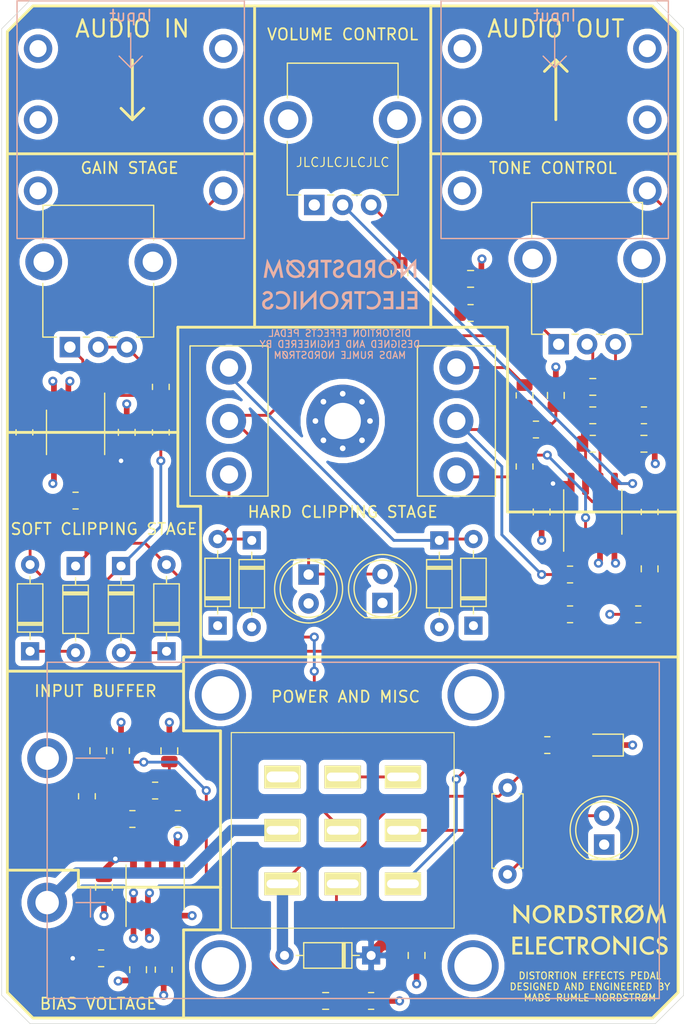
<source format=kicad_pcb>
(kicad_pcb (version 20171130) (host pcbnew "(5.1.10-1-10_14)")
  (layers (0 F.Cu signal) (1 In1.Cu power) (2 In2.Cu power) (31 B.Cu signal) (34 B.Paste user) (35 F.Paste user) (36 B.SilkS user) (37 F.SilkS user) (38 B.Mask user) (39 F.Mask user) (44 Edge.Cuts user))
  (net 0 "")
  (net 1 GND)
  (net 2 "Net-(BT1-Pad1)")
  (net 3 +9V)
  (net 4 "Net-(C6-Pad2)")
  (net 5 "Net-(C7-Pad1)")
  (net 6 Audio_in)
  (net 7 Hard_clipping_out)
  (net 8 4V5)
  (net 9 "Net-(C9-Pad2)")
  (net 10 Buffer_out)
  (net 11 Tone_control_out)
  (net 12 "Net-(C11-Pad2)")
  (net 13 "Net-(C12-Pad2)")
  (net 14 "Net-(C12-Pad1)")
  (net 15 "Net-(C13-Pad1)")
  (net 16 "Net-(C14-Pad2)")
  (net 17 "Net-(C15-Pad2)")
  (net 18 Power_in)
  (net 19 "Net-(D2-Pad2)")
  (net 20 "Net-(D3-Pad1)")
  (net 21 "Net-(D5-Pad1)")
  (net 22 "Net-(D11-Pad1)")
  (net 23 "Net-(D10-Pad2)")
  (net 24 Soft_clipping_out)
  (net 25 "Net-(D11-Pad2)")
  (net 26 "Net-(D13-Pad2)")
  (net 27 "Net-(J1-PadT)")
  (net 28 "Net-(J2-PadT)")
  (net 29 "Net-(R4-Pad2)")
  (net 30 "Net-(R4-Pad1)")
  (net 31 "Net-(R5-Pad2)")
  (net 32 "Net-(R10-Pad1)")
  (net 33 "Net-(R13-Pad2)")
  (net 34 "Net-(R10-Pad2)")
  (net 35 Gain_out)
  (net 36 "Net-(R15-Pad1)")
  (net 37 "Net-(R16-Pad2)")
  (net 38 "Net-(R21-Pad2)")
  (net 39 "Net-(RV2-Pad2)")
  (net 40 "Net-(U4-Pad4)")
  (net 41 "Net-(U4-Pad1)")
  (net 42 "Net-(R25-Pad2)")
  (module Resistor_SMD:R_0805_2012Metric (layer F.Cu) (at 35 -66 90)
    (fp_text reference R25)
    (fp_text value 105k)
    (pad 2 smd roundrect (at 0.9125 0 90) (size 1.025 1.4) (layers F.Cu F.Paste F.Mask) (roundrect_rratio 0.2439014634146341) (net 42 "Net-(R25-Pad2)"))
    (pad 1 smd roundrect (at -0.9125 0 90) (size 1.025 1.4) (layers F.Cu F.Paste F.Mask) (roundrect_rratio 0.2439014634146341) (net 7 Hard_clipping_out))
  )
  (module Button_Switch_THT:100SP1T1B4M2QE (layer F.Cu) (at 20 -53 90)
    (fp_text reference SW2 hide)
    (fp_text value SW_SPDT)
    (pad 3 thru_hole circle (at 4.7 0 90) (size 3 3) (drill 1.6) (layers *.Cu *.Mask) (net 21 "Net-(D5-Pad1)"))
    (pad 2 thru_hole circle (at 0 0 90) (size 3 3) (drill 1.6) (layers *.Cu *.Mask) (net 7 Hard_clipping_out))
    (pad 1 thru_hole circle (at -4.7 0 90) (size 3 3) (drill 1.6) (layers *.Cu *.Mask) (net 20 "Net-(D3-Pad1)"))
  )
  (module Button_Switch_THT:100SP1T1B4M2QE (layer F.Cu) (at 40 -53 90)
    (fp_text reference SW1 hide)
    (fp_text value SW_SPDT)
    (pad 3 thru_hole circle (at 4.7 0 90) (size 3 3) (drill 1.6) (layers *.Cu *.Mask) (net 31 "Net-(R5-Pad2)"))
    (pad 2 thru_hole circle (at 0 0 90) (size 3 3) (drill 1.6) (layers *.Cu *.Mask) (net 33 "Net-(R13-Pad2)"))
    (pad 1 thru_hole circle (at -4.7 0 90) (size 3 3) (drill 1.6) (layers *.Cu *.Mask) (net 34 "Net-(R10-Pad2)"))
  )
  (module Symbol:Symbol_Highvoltage_Type1_CopperTop_Small (layer F.Cu) (at 29.25 -65.5)
    (fp_text reference REF**)
    (fp_text value Symbol_Highvoltage_Type1_CopperTop_Small)
    (fp_line (start 1.397 -2.794) (end 0 -0.889) (layer F.Cu) (width 0.381))
    (fp_line (start 0 -0.889) (end 1.27 -0.889) (layer F.Cu) (width 0.381))
    (fp_line (start -0.254 1.016) (end -0.381 2.032) (layer F.Cu) (width 0.381))
    (fp_line (start -0.381 2.032) (end 0.381 1.397) (layer F.Cu) (width 0.381))
    (fp_line (start 0.381 1.397) (end -0.127 1.651) (layer F.Cu) (width 0.381))
    (fp_line (start -0.127 1.651) (end 1.651 -1.143) (layer F.Cu) (width 0.381))
    (fp_line (start 1.651 -1.143) (end 0.381 -1.143) (layer F.Cu) (width 0.381))
    (fp_line (start 0.381 -1.143) (end 2.159 -3.175) (layer F.Cu) (width 0.381))
    (fp_line (start 2.159 -3.175) (end 1.397 -2.667) (layer F.Cu) (width 0.381))
    (fp_line (start 1.397 -2.667) (end 1.27 -3.175) (layer F.Cu) (width 0.381))
    (fp_line (start 1.143 -3.048) (end -0.381 -0.762) (layer F.Cu) (width 0.381))
    (fp_line (start -0.381 -0.762) (end 1.016 -0.762) (layer F.Cu) (width 0.381))
    (fp_line (start 1.016 -0.762) (end -0.127 1.524) (layer F.Cu) (width 0.381))
    (fp_line (start -0.127 1.524) (end -0.254 1.016) (layer F.Cu) (width 0.381))
  )
  (module Graphics:Logo_medium (layer B.Cu) (at 29.75 -65 180)
    (fp_text reference G*** hide)
    (fp_text value LOGO hide)
  )
  (module Graphics:Logo_medium (layer F.Cu) (at 51.75 -8.25)
    (fp_text reference G*** hide)
    (fp_text value LOGO hide)
  )
  (module Battery:9V_Battery_Holder_1294 (layer B.Cu) (at 4 -17)
    (fp_text reference BT1 hide)
    (fp_text value Battery_Cell)
    (pad NC thru_hole circle (at 37.47 -11.915) (size 4.5 4.5) (drill 3.3) (layers *.Cu *.Mask))
    (pad NC thru_hole circle (at 37.47 11.915) (size 4.5 4.5) (drill 3.3) (layers *.Cu *.Mask))
    (pad NC thru_hole circle (at 15.24 -11.915) (size 4.5 4.5) (drill 3.3) (layers *.Cu *.Mask))
    (pad NC thru_hole circle (at 15.24 11.915) (size 4.5 4.5) (drill 3.3) (layers *.Cu *.Mask))
    (pad 1 thru_hole circle (at 0 6.35) (size 3.5 3.5) (drill 2.06) (layers *.Cu *.Mask) (net 2 "Net-(BT1-Pad1)"))
    (pad 2 thru_hole circle (at 0 -6.35) (size 3.5 3.5) (drill 2.06) (layers *.Cu *.Mask) (net 1 GND))
  )
  (module Capacitor_SMD:C_0805_2012Metric (layer F.Cu) (at 36.5 -6 90)
    (fp_text reference C1 hide)
    (fp_text value 10u)
    (pad 1 smd roundrect (at -0.95 0 90) (size 1 1.45) (layers F.Cu F.Paste F.Mask) (net 1 GND))
    (pad 2 smd roundrect (at 0.95 0 90) (size 1 1.45) (layers F.Cu F.Paste F.Mask) (net 3 +9V))
  )
  (module Capacitor_SMD:C_0805_2012Metric (layer F.Cu) (at 9 -12 90)
    (fp_text reference C2 hide)
    (fp_text value 100n)
    (pad 2 smd roundrect (at 0.95 0 90) (size 1 1.45) (layers F.Cu F.Paste F.Mask) (net 3 +9V))
    (pad 1 smd roundrect (at -0.95 0 90) (size 1 1.45) (layers F.Cu F.Paste F.Mask) (net 1 GND))
  )
  (module Capacitor_SMD:C_0805_2012Metric (layer F.Cu) (at 11 -52 270)
    (fp_text reference C3 hide)
    (fp_text value 100n)
    (pad 1 smd roundrect (at -0.95 0 270) (size 1 1.45) (layers F.Cu F.Paste F.Mask) (net 1 GND))
    (pad 2 smd roundrect (at 0.95 0 270) (size 1 1.45) (layers F.Cu F.Paste F.Mask) (net 3 +9V))
  )
  (module Capacitor_SMD:C_0805_2012Metric (layer F.Cu) (at 47.5 -45 90)
    (fp_text reference C4 hide)
    (fp_text value 100n)
    (pad 2 smd roundrect (at 0.95 0 90) (size 1 1.45) (layers F.Cu F.Paste F.Mask) (net 3 +9V))
    (pad 1 smd roundrect (at -0.95 0 90) (size 1 1.45) (layers F.Cu F.Paste F.Mask) (net 1 GND))
  )
  (module Capacitor_SMD:C_0805_2012Metric (layer F.Cu) (at 12 -4.75 90)
    (fp_text reference C6 hide)
    (fp_text value 100n)
    (pad 1 smd roundrect (at -0.95 0 90) (size 1 1.45) (layers F.Cu F.Paste F.Mask) (net 1 GND))
    (pad 2 smd roundrect (at 0.95 0 90) (size 1 1.45) (layers F.Cu F.Paste F.Mask) (net 4 "Net-(C6-Pad2)"))
  )
  (module Capacitor_SMD:C_0805_2012Metric (layer F.Cu) (at 28.5 -2)
    (fp_text reference C7 hide)
    (fp_text value 10n)
    (pad 1 smd roundrect (at -0.95 0) (size 1 1.45) (layers F.Cu F.Paste F.Mask) (net 5 "Net-(C7-Pad1)"))
    (pad 2 smd roundrect (at 0.95 0) (size 1 1.45) (layers F.Cu F.Paste F.Mask) (net 6 Audio_in))
  )
  (module Capacitor_SMD:C_0805_2012Metric (layer F.Cu) (at 48.75 -55.25 270)
    (fp_text reference C8 hide)
    (fp_text value 33n)
    (pad 2 smd roundrect (at 0.95 0 270) (size 1 1.45) (layers F.Cu F.Paste F.Mask) (net 7 Hard_clipping_out))
    (pad 1 smd roundrect (at -0.95 0 270) (size 1 1.45) (layers F.Cu F.Paste F.Mask) (net 1 GND))
  )
  (module Capacitor_SMD:C_0805_2012Metric (layer F.Cu) (at 14.75 -24 270)
    (fp_text reference C9 hide)
    (fp_text value 47p)
    (pad 1 smd roundrect (at -0.95 0 270) (size 1 1.45) (layers F.Cu F.Paste F.Mask) (net 8 4V5))
    (pad 2 smd roundrect (at 0.95 0 270) (size 1 1.45) (layers F.Cu F.Paste F.Mask) (net 9 "Net-(C9-Pad2)"))
  )
  (module Capacitor_SMD:C_0805_2012Metric (layer F.Cu) (at 8.5 -24 270)
    (fp_text reference C10 hide)
    (fp_text value 1n)
    (pad 2 smd roundrect (at 0.95 0 270) (size 1 1.45) (layers F.Cu F.Paste F.Mask) (net 10 Buffer_out))
    (pad 1 smd roundrect (at -0.95 0 270) (size 1 1.45) (layers F.Cu F.Paste F.Mask) (net 8 4V5))
  )
  (module Capacitor_SMD:C_0805_2012Metric (layer F.Cu) (at 57 -40 90)
    (fp_text reference C11 hide)
    (fp_text value 10u)
    (pad 1 smd roundrect (at -0.95 0 90) (size 1 1.45) (layers F.Cu F.Paste F.Mask) (net 11 Tone_control_out))
    (pad 2 smd roundrect (at 0.95 0 90) (size 1 1.45) (layers F.Cu F.Paste F.Mask) (net 12 "Net-(C11-Pad2)"))
  )
  (module Capacitor_SMD:C_0805_2012Metric (layer F.Cu) (at 52 -53.5)
    (fp_text reference C12 hide)
    (fp_text value 3.3n)
    (pad 2 smd roundrect (at 0.95 0) (size 1 1.45) (layers F.Cu F.Paste F.Mask) (net 13 "Net-(C12-Pad2)"))
    (pad 1 smd roundrect (at -0.95 0) (size 1 1.45) (layers F.Cu F.Paste F.Mask) (net 14 "Net-(C12-Pad1)"))
  )
  (module Capacitor_SMD:C_0805_2012Metric (layer F.Cu) (at 52 -56 180)
    (fp_text reference C13 hide)
    (fp_text value 100n)
    (pad 2 smd roundrect (at 0.95 0 180) (size 1 1.45) (layers F.Cu F.Paste F.Mask) (net 14 "Net-(C12-Pad1)"))
    (pad 1 smd roundrect (at -0.95 0 180) (size 1 1.45) (layers F.Cu F.Paste F.Mask) (net 15 "Net-(C13-Pad1)"))
  )
  (module Capacitor_SMD:C_0805_2012Metric (layer F.Cu) (at 41.25 -65.5 180)
    (fp_text reference C14 hide)
    (fp_text value 100n)
    (pad 2 smd roundrect (at 0.95 0 180) (size 1 1.45) (layers F.Cu F.Paste F.Mask) (net 16 "Net-(C14-Pad2)"))
    (pad 1 smd roundrect (at -0.95 0 180) (size 1 1.45) (layers F.Cu F.Paste F.Mask) (net 1 GND))
  )
  (module Capacitor_SMD:C_0805_2012Metric (layer F.Cu) (at 56.5 -51 180)
    (fp_text reference C15 hide)
    (fp_text value 10u)
    (pad 1 smd roundrect (at -0.95 0 180) (size 1 1.45) (layers F.Cu F.Paste F.Mask) (net 1 GND))
    (pad 2 smd roundrect (at 0.95 0 180) (size 1 1.45) (layers F.Cu F.Paste F.Mask) (net 17 "Net-(C15-Pad2)"))
  )
  (module Diode_THT:D_DO-35_SOD27_P7.62mm_Horizontal (layer F.Cu) (at 32.5 -6 180)
    (fp_text reference D1 hide)
    (fp_text value D_Schottky)
    (pad 1 thru_hole rect (at 0 0 180) (size 1.6 1.6) (drill 0.8) (layers *.Cu *.Mask) (net 3 +9V))
    (pad 2 thru_hole oval (at 7.62 0 180) (size 1.6 1.6) (drill 0.8) (layers *.Cu *.Mask) (net 18 Power_in))
  )
  (module LED_SMD:LED_0805_2012Metric (layer F.Cu) (at 53 -24.5 180)
    (fp_text reference D2 hide)
    (fp_text value LED)
    (pad 1 smd roundrect (at -0.9375 0 180) (size 0.975 1.4) (layers F.Cu F.Paste F.Mask) (net 1 GND))
    (pad 2 smd roundrect (at 0.9375 0 180) (size 0.975 1.4) (layers F.Cu F.Paste F.Mask) (net 19 "Net-(D2-Pad2)"))
  )
  (module Diode_THT:D_DO-35_SOD27_P7.62mm_Horizontal (layer F.Cu) (at 22 -42.5 270)
    (fp_text reference D3 hide)
    (fp_text value D_Schottky)
    (pad 1 thru_hole rect (at 0 0 270) (size 1.6 1.6) (drill 0.8) (layers *.Cu *.Mask) (net 20 "Net-(D3-Pad1)"))
    (pad 2 thru_hole oval (at 7.62 0 270) (size 1.6 1.6) (drill 0.8) (layers *.Cu *.Mask) (net 8 4V5))
  )
  (module Diode_THT:D_DO-35_SOD27_P7.62mm_Horizontal (layer F.Cu) (at 19 -35 90)
    (fp_text reference D4 hide)
    (fp_text value D_Schottky)
    (pad 2 thru_hole oval (at 7.62 0 90) (size 1.6 1.6) (drill 0.8) (layers *.Cu *.Mask) (net 20 "Net-(D3-Pad1)"))
    (pad 1 thru_hole rect (at 0 0 90) (size 1.6 1.6) (drill 0.8) (layers *.Cu *.Mask) (net 8 4V5))
  )
  (module Diode_THT:D_DO-35_SOD27_P7.62mm_Horizontal (layer F.Cu) (at 38.5 -42.5 270)
    (fp_text reference D5 hide)
    (fp_text value 1N4148)
    (pad 1 thru_hole rect (at 0 0 270) (size 1.6 1.6) (drill 0.8) (layers *.Cu *.Mask) (net 21 "Net-(D5-Pad1)"))
    (pad 2 thru_hole oval (at 7.62 0 270) (size 1.6 1.6) (drill 0.8) (layers *.Cu *.Mask) (net 8 4V5))
  )
  (module Diode_THT:D_DO-35_SOD27_P7.62mm_Horizontal (layer F.Cu) (at 41.5 -35 90)
    (fp_text reference D6 hide)
    (fp_text value 1N4148)
    (pad 2 thru_hole oval (at 7.62 0 90) (size 1.6 1.6) (drill 0.8) (layers *.Cu *.Mask) (net 21 "Net-(D5-Pad1)"))
    (pad 1 thru_hole rect (at 0 0 90) (size 1.6 1.6) (drill 0.8) (layers *.Cu *.Mask) (net 8 4V5))
  )
  (module LED_THT:LED_D5.0mm (layer F.Cu) (at 27 -39.5 270)
    (fp_text reference D7 hide)
    (fp_text value LED)
    (pad 1 thru_hole rect (at 0 0 270) (size 1.8 1.8) (drill 0.9) (layers *.Cu *.Mask) (net 7 Hard_clipping_out))
    (pad 2 thru_hole circle (at 2.54 0 270) (size 1.8 1.8) (drill 0.9) (layers *.Cu *.Mask) (net 8 4V5))
  )
  (module LED_THT:LED_D5.0mm (layer F.Cu) (at 33.5 -37 90)
    (fp_text reference D8 hide)
    (fp_text value LED)
    (pad 2 thru_hole circle (at 2.54 0 90) (size 1.8 1.8) (drill 0.9) (layers *.Cu *.Mask) (net 7 Hard_clipping_out))
    (pad 1 thru_hole rect (at 0 0 90) (size 1.8 1.8) (drill 0.9) (layers *.Cu *.Mask) (net 8 4V5))
  )
  (module Diode_THT:D_DO-35_SOD27_P7.62mm_Horizontal (layer F.Cu) (at 2.5 -32.75 90)
    (fp_text reference D9 hide)
    (fp_text value 1N4148)
    (pad 2 thru_hole oval (at 7.62 0 90) (size 1.6 1.6) (drill 0.8) (layers *.Cu *.Mask) (net 22 "Net-(D11-Pad1)"))
    (pad 1 thru_hole rect (at 0 0 90) (size 1.6 1.6) (drill 0.8) (layers *.Cu *.Mask) (net 23 "Net-(D10-Pad2)"))
  )
  (module Diode_THT:D_DO-35_SOD27_P7.62mm_Horizontal (layer F.Cu) (at 6.5 -40.25 270)
    (fp_text reference D10 hide)
    (fp_text value 1N4148)
    (pad 1 thru_hole rect (at 0 0 270) (size 1.6 1.6) (drill 0.8) (layers *.Cu *.Mask) (net 24 Soft_clipping_out))
    (pad 2 thru_hole oval (at 7.62 0 270) (size 1.6 1.6) (drill 0.8) (layers *.Cu *.Mask) (net 23 "Net-(D10-Pad2)"))
  )
  (module Diode_THT:D_DO-35_SOD27_P7.62mm_Horizontal (layer F.Cu) (at 10.5 -40.25 270)
    (fp_text reference D11 hide)
    (fp_text value 1N4148)
    (pad 2 thru_hole oval (at 7.62 0 270) (size 1.6 1.6) (drill 0.8) (layers *.Cu *.Mask) (net 25 "Net-(D11-Pad2)"))
    (pad 1 thru_hole rect (at 0 0 270) (size 1.6 1.6) (drill 0.8) (layers *.Cu *.Mask) (net 22 "Net-(D11-Pad1)"))
  )
  (module Diode_THT:D_DO-35_SOD27_P7.62mm_Horizontal (layer F.Cu) (at 14.5 -32.75 90)
    (fp_text reference D12 hide)
    (fp_text value 1N4148)
    (pad 1 thru_hole rect (at 0 0 90) (size 1.6 1.6) (drill 0.8) (layers *.Cu *.Mask) (net 25 "Net-(D11-Pad2)"))
    (pad 2 thru_hole oval (at 7.62 0 90) (size 1.6 1.6) (drill 0.8) (layers *.Cu *.Mask) (net 24 Soft_clipping_out))
  )
  (module MountingHole:MountingHole_3.2mm_M3_Pad_Via (layer F.Cu) (at 30 -53)
    (fp_text reference H1)
    (fp_text value MountingHole_Pad)
    (pad 1 thru_hole circle (at 1.697056 -1.697056) (size 0.8 0.8) (drill 0.5) (layers *.Cu *.Mask) (net 1 GND))
    (pad 1 thru_hole circle (at 0 -2.4) (size 0.8 0.8) (drill 0.5) (layers *.Cu *.Mask) (net 1 GND))
    (pad 1 thru_hole circle (at -1.697056 -1.697056) (size 0.8 0.8) (drill 0.5) (layers *.Cu *.Mask) (net 1 GND))
    (pad 1 thru_hole circle (at -2.4 0) (size 0.8 0.8) (drill 0.5) (layers *.Cu *.Mask) (net 1 GND))
    (pad 1 thru_hole circle (at -1.697056 1.697056) (size 0.8 0.8) (drill 0.5) (layers *.Cu *.Mask) (net 1 GND))
    (pad 1 thru_hole circle (at 0 2.4) (size 0.8 0.8) (drill 0.5) (layers *.Cu *.Mask) (net 1 GND))
    (pad 1 thru_hole circle (at 1.697056 1.697056) (size 0.8 0.8) (drill 0.5) (layers *.Cu *.Mask) (net 1 GND))
    (pad 1 thru_hole circle (at 2.4 0) (size 0.8 0.8) (drill 0.5) (layers *.Cu *.Mask) (net 1 GND))
    (pad 1 thru_hole circle (at 0 0) (size 6.4 6.4) (drill 3.2) (layers *.Cu *.Mask) (net 1 GND))
  )
  (module Connector_Audio:ACJM-IH (layer B.Cu) (at 11.35 -79.5 180)
    (fp_text reference J1 hide)
    (fp_text value AudioJack2)
    (fp_text user Input (at 0 9.144) (layer B.SilkS) (effects (justify mirror)))
    (pad R thru_hole circle (at -8.15 0 180) (size 2.5 2.5) (drill 1.5) (layers *.Cu *.Mask))
    (pad RN thru_hole circle (at 8.15 0 180) (size 2.5 2.5) (drill 1.5) (layers *.Cu *.Mask))
    (pad SN thru_hole circle (at 8.15 6.25 180) (size 2.5 2.5) (drill 1.5) (layers *.Cu *.Mask))
    (pad TN thru_hole circle (at 8.15 -6.25 180) (size 2.5 2.5) (drill 1.5) (layers *.Cu *.Mask))
    (pad T thru_hole circle (at -8.15 -6.25 180) (size 2.5 2.5) (drill 1.5) (layers *.Cu *.Mask) (net 27 "Net-(J1-PadT)"))
    (pad S thru_hole circle (at -8.15 6.25 180) (size 2.5 2.5) (drill 1.5) (layers *.Cu *.Mask) (net 1 GND))
  )
  (module Connector_Audio:ACJM-IH (layer B.Cu) (at 48.65 -79.5 180)
    (fp_text reference J2 hide)
    (fp_text value AudioJack2)
    (fp_text user Input (at 0 9.144) (layer B.SilkS) (effects (justify mirror)))
    (pad S thru_hole circle (at -8.15 6.25 180) (size 2.5 2.5) (drill 1.5) (layers *.Cu *.Mask) (net 1 GND))
    (pad T thru_hole circle (at -8.15 -6.25 180) (size 2.5 2.5) (drill 1.5) (layers *.Cu *.Mask) (net 28 "Net-(J2-PadT)"))
    (pad TN thru_hole circle (at 8.15 -6.25 180) (size 2.5 2.5) (drill 1.5) (layers *.Cu *.Mask))
    (pad SN thru_hole circle (at 8.15 6.25 180) (size 2.5 2.5) (drill 1.5) (layers *.Cu *.Mask))
    (pad RN thru_hole circle (at 8.15 0 180) (size 2.5 2.5) (drill 1.5) (layers *.Cu *.Mask))
    (pad R thru_hole circle (at -8.15 0 180) (size 2.5 2.5) (drill 1.5) (layers *.Cu *.Mask))
  )
  (module Resistor_SMD:R_0805_2012Metric (layer F.Cu) (at 48 -24.5)
    (fp_text reference R1 hide)
    (fp_text value 649)
    (pad 2 smd roundrect (at 0.9125 0) (size 1.025 1.4) (layers F.Cu F.Paste F.Mask) (roundrect_rratio 0.2439004878048781) (net 19 "Net-(D2-Pad2)"))
    (pad 1 smd roundrect (at -0.9125 0) (size 1.025 1.4) (layers F.Cu F.Paste F.Mask) (roundrect_rratio 0.2439004878048781) (net 18 Power_in))
  )
  (module Resistor_SMD:R_0805_2012Metric (layer F.Cu) (at 8.75 -5.75)
    (fp_text reference R2 hide)
    (fp_text value 102k)
    (pad 2 smd roundrect (at 0.9125 0) (size 1.025 1.4) (layers F.Cu F.Paste F.Mask) (roundrect_rratio 0.2439004878048781) (net 4 "Net-(C6-Pad2)"))
    (pad 1 smd roundrect (at -0.9125 0) (size 1.025 1.4) (layers F.Cu F.Paste F.Mask) (roundrect_rratio 0.2439004878048781) (net 3 +9V))
  )
  (module Resistor_SMD:R_0805_2012Metric (layer F.Cu) (at 14.25 -4.75 270)
    (fp_text reference R3 hide)
    (fp_text value 102k)
    (pad 1 smd roundrect (at -0.9125 0 270) (size 1.025 1.4) (layers F.Cu F.Paste F.Mask) (roundrect_rratio 0.2439004878048781) (net 4 "Net-(C6-Pad2)"))
    (pad 2 smd roundrect (at 0.9125 0 270) (size 1.025 1.4) (layers F.Cu F.Paste F.Mask) (roundrect_rratio 0.2439004878048781) (net 1 GND))
  )
  (module Resistor_SMD:R_0805_2012Metric (layer F.Cu) (at 11.5 -18 180)
    (fp_text reference R4 hide)
    (fp_text value 26.7k)
    (pad 2 smd roundrect (at 0.9125 0 180) (size 1.025 1.4) (layers F.Cu F.Paste F.Mask) (roundrect_rratio 0.2439004878048781) (net 29 "Net-(R4-Pad2)"))
    (pad 1 smd roundrect (at -0.9125 0 180) (size 1.025 1.4) (layers F.Cu F.Paste F.Mask) (roundrect_rratio 0.2439004878048781) (net 30 "Net-(R4-Pad1)"))
  )
  (module Resistor_SMD:R_0805_2012Metric (layer F.Cu) (at 46 -55.25 90)
    (fp_text reference R5 hide)
    (fp_text value 16.9k)
    (pad 2 smd roundrect (at 0.9125 0 90) (size 1.025 1.4) (layers F.Cu F.Paste F.Mask) (roundrect_rratio 0.2439004878048781) (net 31 "Net-(R5-Pad2)"))
    (pad 1 smd roundrect (at -0.9125 0 90) (size 1.025 1.4) (layers F.Cu F.Paste F.Mask) (roundrect_rratio 0.2439004878048781) (net 32 "Net-(R10-Pad1)"))
  )
  (module Resistor_SMD:R_0805_2012Metric (layer F.Cu) (at 47 -52.25)
    (fp_text reference R6 hide)
    (fp_text value 649)
    (pad 1 smd roundrect (at -0.9125 0) (size 1.025 1.4) (layers F.Cu F.Paste F.Mask) (roundrect_rratio 0.2439004878048781) (net 33 "Net-(R13-Pad2)"))
    (pad 2 smd roundrect (at 0.9125 0) (size 1.025 1.4) (layers F.Cu F.Paste F.Mask) (roundrect_rratio 0.2439004878048781) (net 7 Hard_clipping_out))
  )
  (module Resistor_SMD:R_0805_2012Metric (layer F.Cu) (at 13.5 -20.5)
    (fp_text reference R7 hide)
    (fp_text value 10k)
    (pad 1 smd roundrect (at -0.9125 0) (size 1.025 1.4) (layers F.Cu F.Paste F.Mask) (roundrect_rratio 0.2439004878048781) (net 5 "Net-(C7-Pad1)"))
    (pad 2 smd roundrect (at 0.9125 0) (size 1.025 1.4) (layers F.Cu F.Paste F.Mask) (roundrect_rratio 0.2439004878048781) (net 9 "Net-(C9-Pad2)"))
  )
  (module Resistor_SMD:R_0805_2012Metric (layer F.Cu) (at 15.5 -18 180)
    (fp_text reference R8 hide)
    (fp_text value 10k)
    (pad 1 smd roundrect (at -0.9125 0 180) (size 1.025 1.4) (layers F.Cu F.Paste F.Mask) (roundrect_rratio 0.2439004878048781) (net 9 "Net-(C9-Pad2)"))
    (pad 2 smd roundrect (at 0.9125 0 180) (size 1.025 1.4) (layers F.Cu F.Paste F.Mask) (roundrect_rratio 0.2439004878048781) (net 30 "Net-(R4-Pad1)"))
  )
  (module Resistor_SMD:R_0805_2012Metric (layer F.Cu) (at 7.5 -20 90)
    (fp_text reference R9 hide)
    (fp_text value 10k)
    (pad 2 smd roundrect (at 0.9125 0 90) (size 1.025 1.4) (layers F.Cu F.Paste F.Mask) (roundrect_rratio 0.2439004878048781) (net 10 Buffer_out))
    (pad 1 smd roundrect (at -0.9125 0 90) (size 1.025 1.4) (layers F.Cu F.Paste F.Mask) (roundrect_rratio 0.2439004878048781) (net 29 "Net-(R4-Pad2)"))
  )
  (module Resistor_SMD:R_0805_2012Metric (layer F.Cu) (at 46 -49 270)
    (fp_text reference R10 hide)
    (fp_text value 40.2k)
    (pad 1 smd roundrect (at -0.9125 0 270) (size 1.025 1.4) (layers F.Cu F.Paste F.Mask) (roundrect_rratio 0.2439004878048781) (net 32 "Net-(R10-Pad1)"))
    (pad 2 smd roundrect (at 0.9125 0 270) (size 1.025 1.4) (layers F.Cu F.Paste F.Mask) (roundrect_rratio 0.2439004878048781) (net 34 "Net-(R10-Pad2)"))
  )
  (module Resistor_SMD:R_0805_2012Metric (layer F.Cu) (at 32.5 -2)
    (fp_text reference R11 hide)
    (fp_text value 931k)
    (pad 1 smd roundrect (at -0.9125 0) (size 1.025 1.4) (layers F.Cu F.Paste F.Mask) (roundrect_rratio 0.2439004878048781) (net 6 Audio_in))
    (pad 2 smd roundrect (at 0.9125 0) (size 1.025 1.4) (layers F.Cu F.Paste F.Mask) (roundrect_rratio 0.2439004878048781) (net 1 GND))
  )
  (module Resistor_SMD:R_0805_2012Metric (layer F.Cu) (at 10.5 -24 90)
    (fp_text reference R12 hide)
    (fp_text value 499k)
    (pad 2 smd roundrect (at 0.9125 0 90) (size 1.025 1.4) (layers F.Cu F.Paste F.Mask) (roundrect_rratio 0.2439004878048781) (net 8 4V5))
    (pad 1 smd roundrect (at -0.9125 0 90) (size 1.025 1.4) (layers F.Cu F.Paste F.Mask) (roundrect_rratio 0.2439004878048781) (net 5 "Net-(C7-Pad1)"))
  )
  (module Resistor_SMD:R_0805_2012Metric (layer F.Cu) (at 50 -39.5 180)
    (fp_text reference R13 hide)
    (fp_text value 80.6k)
    (pad 2 smd roundrect (at 0.9125 0 180) (size 1.025 1.4) (layers F.Cu F.Paste F.Mask) (roundrect_rratio 0.2439004878048781) (net 33 "Net-(R13-Pad2)"))
    (pad 1 smd roundrect (at -0.9125 0 180) (size 1.025 1.4) (layers F.Cu F.Paste F.Mask) (roundrect_rratio 0.2439004878048781) (net 32 "Net-(R10-Pad1)"))
  )
  (module Resistor_SMD:R_0805_2012Metric (layer F.Cu) (at 50 -36)
    (fp_text reference R14 hide)
    (fp_text value 24.9k)
    (pad 1 smd roundrect (at -0.9125 0) (size 1.025 1.4) (layers F.Cu F.Paste F.Mask) (roundrect_rratio 0.2439004878048781) (net 24 Soft_clipping_out))
    (pad 2 smd roundrect (at 0.9125 0) (size 1.025 1.4) (layers F.Cu F.Paste F.Mask) (roundrect_rratio 0.2439004878048781) (net 32 "Net-(R10-Pad1)"))
  )
  (module Resistor_SMD:R_0805_2012Metric (layer F.Cu) (at 14 -56 270)
    (fp_text reference R15 hide)
    (fp_text value 4.99k)
    (pad 2 smd roundrect (at 0.9125 0 270) (size 1.025 1.4) (layers F.Cu F.Paste F.Mask) (roundrect_rratio 0.2439004878048781) (net 35 Gain_out))
    (pad 1 smd roundrect (at -0.9125 0 270) (size 1.025 1.4) (layers F.Cu F.Paste F.Mask) (roundrect_rratio 0.2439004878048781) (net 36 "Net-(R15-Pad1)"))
  )
  (module Resistor_SMD:R_0805_2012Metric (layer F.Cu) (at 2 -52 90)
    (fp_text reference R16 hide)
    (fp_text value 40.2k)
    (pad 2 smd roundrect (at 0.9125 0 90) (size 1.025 1.4) (layers F.Cu F.Paste F.Mask) (roundrect_rratio 0.2439004878048781) (net 37 "Net-(R16-Pad2)"))
    (pad 1 smd roundrect (at -0.9125 0 90) (size 1.025 1.4) (layers F.Cu F.Paste F.Mask) (roundrect_rratio 0.2439004878048781) (net 10 Buffer_out))
  )
  (module Resistor_SMD:R_0805_2012Metric (layer F.Cu) (at 57 -45 270)
    (fp_text reference R17 hide)
    (fp_text value 1k)
    (pad 1 smd roundrect (at -0.9125 0 270) (size 1.025 1.4) (layers F.Cu F.Paste F.Mask) (roundrect_rratio 0.2439004878048781) (net 14 "Net-(C12-Pad1)"))
    (pad 2 smd roundrect (at 0.9125 0 270) (size 1.025 1.4) (layers F.Cu F.Paste F.Mask) (roundrect_rratio 0.2439004878048781) (net 12 "Net-(C11-Pad2)"))
  )
  (module Resistor_SMD:R_0805_2012Metric (layer F.Cu) (at 56 -36 180)
    (fp_text reference R18 hide)
    (fp_text value 931k)
    (pad 1 smd roundrect (at -0.9125 0 180) (size 1.025 1.4) (layers F.Cu F.Paste F.Mask) (roundrect_rratio 0.2439004878048781) (net 11 Tone_control_out))
    (pad 2 smd roundrect (at 0.9125 0 180) (size 1.025 1.4) (layers F.Cu F.Paste F.Mask) (roundrect_rratio 0.2439004878048781) (net 1 GND))
  )
  (module Resistor_SMD:R_0805_2012Metric (layer F.Cu) (at 52 -51 180)
    (fp_text reference R19 hide)
    (fp_text value 17.4k)
    (pad 1 smd roundrect (at -0.9125 0 180) (size 1.025 1.4) (layers F.Cu F.Paste F.Mask) (roundrect_rratio 0.2439004878048781) (net 13 "Net-(C12-Pad2)"))
    (pad 2 smd roundrect (at 0.9125 0 180) (size 1.025 1.4) (layers F.Cu F.Paste F.Mask) (roundrect_rratio 0.2439004878048781) (net 14 "Net-(C12-Pad1)"))
  )
  (module Resistor_SMD:R_0805_2012Metric (layer F.Cu) (at 6.5 -46)
    (fp_text reference R20 hide)
    (fp_text value 56.2k)
    (pad 1 smd roundrect (at -0.9125 0) (size 1.025 1.4) (layers F.Cu F.Paste F.Mask) (roundrect_rratio 0.2439004878048781) (net 22 "Net-(D11-Pad1)"))
    (pad 2 smd roundrect (at 0.9125 0) (size 1.025 1.4) (layers F.Cu F.Paste F.Mask) (roundrect_rratio 0.2439004878048781) (net 24 Soft_clipping_out))
  )
  (module Resistor_SMD:R_0805_2012Metric (layer F.Cu) (at 41.25 -62.5)
    (fp_text reference R21 hide)
    (fp_text value 6.81k)
    (pad 2 smd roundrect (at 0.9125 0) (size 1.025 1.4) (layers F.Cu F.Paste F.Mask) (roundrect_rratio 0.2439004878048781) (net 38 "Net-(R21-Pad2)"))
    (pad 1 smd roundrect (at -0.9125 0) (size 1.025 1.4) (layers F.Cu F.Paste F.Mask) (roundrect_rratio 0.2439004878048781) (net 16 "Net-(C14-Pad2)"))
  )
  (module Resistor_SMD:R_0805_2012Metric (layer F.Cu) (at 56.5 -53.5 180)
    (fp_text reference R22 hide)
    (fp_text value 3.24k)
    (pad 1 smd roundrect (at -0.9125 0 180) (size 1.025 1.4) (layers F.Cu F.Paste F.Mask) (roundrect_rratio 0.2439004878048781) (net 15 "Net-(C13-Pad1)"))
    (pad 2 smd roundrect (at 0.9125 0 180) (size 1.025 1.4) (layers F.Cu F.Paste F.Mask) (roundrect_rratio 0.2439004878048781) (net 17 "Net-(C15-Pad2)"))
  )
  (module Resistor_SMD:R_0805_2012Metric (layer F.Cu) (at 14 -52 270)
    (fp_text reference R23 hide)
    (fp_text value 22.1k)
    (pad 2 smd roundrect (at 0.9125 0 270) (size 1.025 1.4) (layers F.Cu F.Paste F.Mask) (roundrect_rratio 0.2439004878048781) (net 22 "Net-(D11-Pad1)"))
    (pad 1 smd roundrect (at -0.9125 0 270) (size 1.025 1.4) (layers F.Cu F.Paste F.Mask) (roundrect_rratio 0.2439004878048781) (net 35 Gain_out))
  )
  (module Resistor_THT:R_Axial_DIN0207_L6.3mm_D2.5mm_P7.62mm_Horizontal (layer F.Cu) (at 44.5 -20.75 270)
    (fp_text reference R24 hide)
    (fp_text value 1.2k)
    (pad 1 thru_hole circle (at 0 0 270) (size 1.6 1.6) (drill 0.8) (layers *.Cu *.Mask) (net 18 Power_in))
    (pad 2 thru_hole oval (at 7.62 0 270) (size 1.6 1.6) (drill 0.8) (layers *.Cu *.Mask) (net 26 "Net-(D13-Pad2)"))
  )
  (module Potentiometer_THT:Potentiometer_Alpha_RD901F-40-00D_Single_Vertical_CircularHoles (layer F.Cu) (at 6 -59.5 90)
    (fp_text reference RV1 hide)
    (fp_text value 1M)
    (pad 1 thru_hole rect (at 0 0 180) (size 1.8 1.8) (drill 1) (layers *.Cu *.Mask) (net 37 "Net-(R16-Pad2)"))
    (pad 2 thru_hole circle (at 0 2.5 180) (size 1.8 1.8) (drill 1) (layers *.Cu *.Mask) (net 36 "Net-(R15-Pad1)"))
    (pad 3 thru_hole circle (at 0 5 180) (size 1.8 1.8) (drill 1) (layers *.Cu *.Mask) (net 36 "Net-(R15-Pad1)"))
    (pad "" thru_hole circle (at 7.5 7.3 180) (size 3.24 3.24) (drill 1.8) (layers *.Cu *.Mask))
    (pad "" thru_hole circle (at 7.5 -2.3 180) (size 3.24 3.24) (drill 1.8) (layers *.Cu *.Mask))
  )
  (module Potentiometer_THT:Potentiometer_Alpha_RD901F-40-00D_Single_Vertical_CircularHoles (layer F.Cu) (at 27.5 -72 90)
    (fp_text reference RV2 hide)
    (fp_text value 100k)
    (pad 1 thru_hole rect (at 0 0 180) (size 1.8 1.8) (drill 1) (layers *.Cu *.Mask) (net 8 4V5))
    (pad 2 thru_hole circle (at 0 2.5 180) (size 1.8 1.8) (drill 1) (layers *.Cu *.Mask) (net 39 "Net-(RV2-Pad2)"))
    (pad 3 thru_hole circle (at 0 5 180) (size 1.8 1.8) (drill 1) (layers *.Cu *.Mask) (net 42 "Net-(R25-Pad2)"))
    (pad "" thru_hole circle (at 7.5 7.3 180) (size 3.24 3.24) (drill 1.8) (layers *.Cu *.Mask))
    (pad "" thru_hole circle (at 7.5 -2.3 180) (size 3.24 3.24) (drill 1.8) (layers *.Cu *.Mask))
  )
  (module Potentiometer_THT:Potentiometer_Alpha_RD901F-40-00D_Single_Vertical_CircularHoles (layer F.Cu) (at 49 -59.75 90)
    (fp_text reference RV3 hide)
    (fp_text value 50k)
    (pad "" thru_hole circle (at 7.5 -2.3 180) (size 3.24 3.24) (drill 1.8) (layers *.Cu *.Mask))
    (pad "" thru_hole circle (at 7.5 7.3 180) (size 3.24 3.24) (drill 1.8) (layers *.Cu *.Mask))
    (pad 3 thru_hole circle (at 0 5 180) (size 1.8 1.8) (drill 1) (layers *.Cu *.Mask) (net 15 "Net-(C13-Pad1)"))
    (pad 2 thru_hole circle (at 0 2.5 180) (size 1.8 1.8) (drill 1) (layers *.Cu *.Mask) (net 13 "Net-(C12-Pad2)"))
    (pad 1 thru_hole rect (at 0 0 180) (size 1.8 1.8) (drill 1) (layers *.Cu *.Mask) (net 38 "Net-(R21-Pad2)"))
  )
  (module Package_SO:SOIC-8_3.9x4.9mm_P1.27mm (layer F.Cu) (at 13.5 -12 90)
    (fp_text reference U1 hide)
    (fp_text value TL072)
    (pad 8 smd roundrect (at 2.475 -1.905 90) (size 1.95 0.6) (layers F.Cu F.Paste F.Mask) (net 3 +9V))
    (pad 7 smd roundrect (at 2.475 -0.635 90) (size 1.95 0.6) (layers F.Cu F.Paste F.Mask) (net 29 "Net-(R4-Pad2)"))
    (pad 6 smd roundrect (at 2.475 0.635 90) (size 1.95 0.6) (layers F.Cu F.Paste F.Mask) (net 30 "Net-(R4-Pad1)"))
    (pad 5 smd roundrect (at 2.475 1.905 90) (size 1.95 0.6) (layers F.Cu F.Paste F.Mask) (net 8 4V5))
    (pad 4 smd roundrect (at -2.475 1.905 90) (size 1.95 0.6) (layers F.Cu F.Paste F.Mask) (net 1 GND))
    (pad 3 smd roundrect (at -2.475 0.635 90) (size 1.95 0.6) (layers F.Cu F.Paste F.Mask) (net 4 "Net-(C6-Pad2)"))
    (pad 2 smd roundrect (at -2.475 -0.635 90) (size 1.95 0.6) (layers F.Cu F.Paste F.Mask) (net 8 4V5))
    (pad 1 smd roundrect (at -2.475 -1.905 90) (size 1.95 0.6) (layers F.Cu F.Paste F.Mask) (net 8 4V5))
  )
  (module Package_SO:SOIC-8_3.9x4.9mm_P1.27mm (layer F.Cu) (at 6.5 -52 270)
    (fp_text reference U2 hide)
    (fp_text value TL072)
    (pad 1 smd roundrect (at -2.475 -1.905 270) (size 1.95 0.6) (layers F.Cu F.Paste F.Mask) (net 35 Gain_out))
    (pad 2 smd roundrect (at -2.475 -0.635 270) (size 1.95 0.6) (layers F.Cu F.Paste F.Mask) (net 37 "Net-(R16-Pad2)"))
    (pad 3 smd roundrect (at -2.475 0.635 270) (size 1.95 0.6) (layers F.Cu F.Paste F.Mask) (net 8 4V5))
    (pad 4 smd roundrect (at -2.475 1.905 270) (size 1.95 0.6) (layers F.Cu F.Paste F.Mask) (net 1 GND))
    (pad 5 smd roundrect (at 2.475 1.905 270) (size 1.95 0.6) (layers F.Cu F.Paste F.Mask) (net 8 4V5))
    (pad 6 smd roundrect (at 2.475 0.635 270) (size 1.95 0.6) (layers F.Cu F.Paste F.Mask) (net 22 "Net-(D11-Pad1)"))
    (pad 7 smd roundrect (at 2.475 -0.635 270) (size 1.95 0.6) (layers F.Cu F.Paste F.Mask) (net 24 Soft_clipping_out))
    (pad 8 smd roundrect (at 2.475 -1.905 270) (size 1.95 0.6) (layers F.Cu F.Paste F.Mask) (net 3 +9V))
  )
  (module Package_SO:SOIC-8_3.9x4.9mm_P1.27mm (layer F.Cu) (at 52 -45 90)
    (fp_text reference U3 hide)
    (fp_text value TL072)
    (pad 1 smd roundrect (at -2.475 -1.905 90) (size 1.95 0.6) (layers F.Cu F.Paste F.Mask) (net 33 "Net-(R13-Pad2)"))
    (pad 2 smd roundrect (at -2.475 -0.635 90) (size 1.95 0.6) (layers F.Cu F.Paste F.Mask) (net 32 "Net-(R10-Pad1)"))
    (pad 3 smd roundrect (at -2.475 0.635 90) (size 1.95 0.6) (layers F.Cu F.Paste F.Mask) (net 8 4V5))
    (pad 4 smd roundrect (at -2.475 1.905 90) (size 1.95 0.6) (layers F.Cu F.Paste F.Mask) (net 1 GND))
    (pad 5 smd roundrect (at 2.475 1.905 90) (size 1.95 0.6) (layers F.Cu F.Paste F.Mask) (net 39 "Net-(RV2-Pad2)"))
    (pad 6 smd roundrect (at 2.475 0.635 90) (size 1.95 0.6) (layers F.Cu F.Paste F.Mask) (net 13 "Net-(C12-Pad2)"))
    (pad 7 smd roundrect (at 2.475 -0.635 90) (size 1.95 0.6) (layers F.Cu F.Paste F.Mask) (net 14 "Net-(C12-Pad1)"))
    (pad 8 smd roundrect (at 2.475 -1.905 90) (size 1.95 0.6) (layers F.Cu F.Paste F.Mask) (net 3 +9V))
  )
  (module Guitarpedal:3PDT (layer F.Cu) (at 30 -17)
    (fp_text reference U4 hide)
    (fp_text value 3PDT_footswitch)
    (pad 9 thru_hole rect (at 5.3 4.7) (size 3.2 2) (drill oval 2.8 0.762) (layers *.Cu *.Mask F.SilkS) (net 11 Tone_control_out))
    (pad 8 thru_hole rect (at 5.3 0) (size 3.2 2) (drill oval 2.8 0.762) (layers *.Cu *.Mask F.SilkS) (net 28 "Net-(J2-PadT)"))
    (pad 7 thru_hole rect (at 5.3 -4.7) (size 3.2 2) (drill oval 2.8 0.762) (layers *.Cu *.Mask F.SilkS) (net 40 "Net-(U4-Pad4)"))
    (pad 6 thru_hole rect (at 0 4.7) (size 3.2 2) (drill oval 2.8 0.762) (layers *.Cu *.Mask F.SilkS) (net 6 Audio_in))
    (pad 4 thru_hole rect (at 0 -4.7) (size 3.2 2) (drill oval 2.8 0.762) (layers *.Cu *.Mask F.SilkS) (net 40 "Net-(U4-Pad4)"))
    (pad 3 thru_hole rect (at -5.3 4.7) (size 3.2 2) (drill oval 2.8 0.762) (layers *.Cu *.Mask F.SilkS) (net 18 Power_in))
    (pad 2 thru_hole rect (at -5.3 0) (size 3.2 2) (drill oval 2.8 0.762) (layers *.Cu *.Mask F.SilkS) (net 2 "Net-(BT1-Pad1)"))
    (pad 1 thru_hole rect (at -5.3 -4.7) (size 3.2 2) (drill oval 2.8 0.9525) (layers *.Cu *.Mask F.SilkS) (net 41 "Net-(U4-Pad1)"))
    (pad 5 thru_hole rect (at 0 0) (size 3.2 2) (drill oval 2.8 0.762) (layers *.Cu *.Mask F.SilkS) (net 27 "Net-(J1-PadT)"))
  )
  (module LED_THT:LED_D5.0mm (layer F.Cu) (at 53 -15.75 90)
    (fp_text reference D13 hide)
    (fp_text value LED)
    (pad 1 thru_hole rect (at 0 0 90) (size 1.8 1.8) (drill 0.9) (layers *.Cu *.Mask) (net 1 GND))
    (pad 2 thru_hole circle (at 2.54 0 90) (size 1.8 1.8) (drill 0.9) (layers *.Cu *.Mask) (net 26 "Net-(D13-Pad2)"))
  )
  (gr_line (start 6.75 -13.5) (end 0.5 -13.5) (layer F.SilkS) (width 0.25))
  (gr_line (start 6.75 -12) (end 6.75 -13.5) (layer F.SilkS) (width 0.25))
  (gr_line (start 60 -87.5) (end 57.5 -90) (layer Edge.Cuts) (width 0.05))
  (gr_line (start 59.5 -87.25) (end 59.5 -77.5) (layer F.SilkS) (width 0.25))
  (gr_line (start 57.25 -89.5) (end 59.5 -87.25) (layer F.SilkS) (width 0.25))
  (gr_line (start 2.75 -89.5) (end 57.25 -89.5) (layer F.SilkS) (width 0.25))
  (gr_line (start 0.5 -87.25) (end 2.75 -89.5) (layer F.SilkS) (width 0.25))
  (gr_line (start 0.5 -77.5) (end 0.5 -87.25) (layer F.SilkS) (width 0.25))
  (gr_line (start 57.25 -0.5) (end 59.5 -2.75) (layer F.SilkS) (width 0.25))
  (gr_line (start 0.5 -2.75) (end 2.75 -0.5) (layer F.SilkS) (width 0.25))
  (gr_line (start 57.5 0) (end 60 -2.5) (layer Edge.Cuts) (width 0.05))
  (gr_line (start 2.5 0) (end 0 -2.5) (layer Edge.Cuts) (width 0.05))
  (gr_line (start 2.5 -90) (end 0 -87.5) (layer Edge.Cuts) (width 0.05))
  (gr_text "DISTORTION EFFECTS PEDAL\nDESIGNED AND ENGINEERED BY\nMADS RUMLE NORDSTRØM" (at 51.75 -3.25) (layer F.SilkS) (effects (font (size 0.6 0.6) (thickness 0.1))))
  (gr_line (start 37.75 -89.5) (end 37.75 -77.5) (layer F.SilkS) (width 0.25))
  (gr_line (start 22.25 -77.5) (end 22.25 -89.5) (layer F.SilkS) (width 0.25))
  (gr_line (start 22.25 -76.5) (end 0.5 -76.5) (layer F.SilkS) (width 0.25))
  (gr_text JLCJLCJLCJLC (at 30 -75.75) (layer F.SilkS) (effects (font (size 0.8 0.8) (thickness 0.1))))
  (gr_text "DISTORTION EFFECTS PEDAL\nDESIGNED AND ENGINEERED BY\nMADS RUMLE NORDSTRØM" (at 29.75 -59.75) (layer B.SilkS) (effects (font (size 0.6 0.6) (thickness 0.1)) (justify mirror)))
  (gr_line (start 11.5 -84.75) (end 11.5 -79.5) (layer F.SilkS) (width 0.25))
  (gr_line (start 11.5 -79.5) (end 10.5 -80.5) (layer F.SilkS) (width 0.25))
  (gr_line (start 11.5 -79.5) (end 12.5 -80.5) (layer F.SilkS) (width 0.25))
  (gr_line (start 48.75 -84.75) (end 49.75 -83.75) (layer F.SilkS) (width 0.25))
  (gr_line (start 48.75 -84.75) (end 47.75 -83.75) (layer F.SilkS) (width 0.25))
  (gr_line (start 48.75 -79.5) (end 48.75 -84.75) (layer F.SilkS) (width 0.25))
  (gr_text "AUDIO OUT" (at 48.75 -87.5) (layer F.SilkS) (effects (font (size 1.5 1.5) (thickness 0.2))))
  (gr_text "AUDIO IN" (at 11.5 -87.5) (layer F.SilkS) (effects (font (size 1.5 1.5) (thickness 0.2))))
  (gr_line (start 16 -8.25) (end 16 -0.5) (layer F.SilkS) (width 0.25))
  (gr_line (start 19.25 -8.25) (end 16 -8.25) (layer F.SilkS) (width 0.25))
  (gr_line (start 19.25 -12) (end 19.25 -8.25) (layer F.SilkS) (width 0.25))
  (gr_line (start 19.25 -25.75) (end 19.25 -12) (layer F.SilkS) (width 0.25))
  (gr_line (start 16 -25.75) (end 19.25 -25.75) (layer F.SilkS) (width 0.25))
  (gr_line (start 16 -32.25) (end 16 -25.75) (layer F.SilkS) (width 0.25))
  (gr_line (start 22.25 -77.5) (end 22.25 -61.25) (layer F.SilkS) (width 0.25))
  (gr_line (start 15.5 -52) (end 15.5 -61.25) (layer F.SilkS) (width 0.25))
  (gr_text "POWER AND MISC" (at 30.25 -28.75) (layer F.SilkS) (effects (font (size 1 1))))
  (gr_line (start 19.25 -0.5) (end 57.25 -0.5) (layer F.SilkS) (width 0.25))
  (gr_line (start 59.5 -2.75) (end 59.5 -31) (layer F.SilkS) (width 0.25))
  (gr_text "HARD CLIPPING STAGE" (at 30 -45) (layer F.SilkS) (effects (font (size 1 1))))
  (gr_line (start 59.5 -31) (end 59.5 -45) (layer F.SilkS) (width 0.25))
  (gr_line (start 16 -32.25) (end 59.5 -32.25) (layer F.SilkS) (width 0.25))
  (gr_text "TONE CONTROL" (at 48.5 -75.25) (layer F.SilkS) (effects (font (size 1 1))))
  (gr_line (start 44.5 -61.25) (end 37.75 -61.25) (layer F.SilkS) (width 0.25))
  (gr_line (start 44.5 -45) (end 44.5 -61.25) (layer F.SilkS) (width 0.25))
  (gr_line (start 59.5 -45) (end 44.5 -45) (layer F.SilkS) (width 0.25))
  (gr_line (start 59.5 -77.5) (end 59.5 -45) (layer F.SilkS) (width 0.25))
  (gr_line (start 37.75 -76.5) (end 59.5 -76.5) (layer F.SilkS) (width 0.25))
  (gr_text "VOLUME CONTROL" (at 30 -87) (layer F.SilkS) (effects (font (size 1 1))))
  (gr_line (start 37.75 -61.25) (end 15.5 -61.25) (layer F.SilkS) (width 0.25))
  (gr_line (start 37.75 -77.5) (end 37.75 -61.25) (layer F.SilkS) (width 0.25))
  (gr_text "INPUT BUFFER" (at 8.25 -29.25) (layer F.SilkS) (effects (font (size 1 1))))
  (gr_line (start 0.5 -12) (end 0.5 -31) (layer F.SilkS) (width 0.25))
  (gr_text "BIAS VOLTAGE" (at 8.5 -1.75) (layer F.SilkS) (effects (font (size 1 1))))
  (gr_line (start 19.25 -0.5) (end 2.75 -0.5) (layer F.SilkS) (width 0.25))
  (gr_line (start 6.75 -12) (end 19.25 -12) (layer F.SilkS) (width 0.25))
  (gr_line (start 0.5 -2.75) (end 0.5 -12) (layer F.SilkS) (width 0.25))
  (gr_text "GAIN STAGE" (at 11.25 -75.25) (layer F.SilkS) (effects (font (size 1 1))))
  (gr_text "SOFT CLIPPING STAGE" (at 9 -43.5) (layer F.SilkS) (effects (font (size 1 1))))
  (gr_line (start 17.5 -45.5) (end 15.5 -45.5) (layer F.SilkS) (width 0.25))
  (gr_line (start 0.5 -31) (end 0.5 -52) (layer F.SilkS) (width 0.25))
  (gr_line (start 16 -31) (end 0.5 -31) (layer F.SilkS) (width 0.25))
  (gr_line (start 17.5 -45.5) (end 17.5 -32.25) (layer F.SilkS) (width 0.25))
  (gr_line (start 15.5 -52) (end 15.5 -45.5) (layer F.SilkS) (width 0.25))
  (gr_line (start 0.5 -77.5) (end 0.5 -52) (layer F.SilkS) (width 0.25))
  (gr_line (start 0.5 -52) (end 15.5 -52) (layer F.SilkS) (width 0.25))
  (gr_line (start 0 -87.5) (end 0 -2.5) (layer Edge.Cuts) (width 0.05))
  (gr_line (start 57.5 -90) (end 2.5 -90) (layer Edge.Cuts) (width 0.05))
  (gr_line (start 60 -2.5) (end 60 -87.5) (layer Edge.Cuts) (width 0.05))
  (gr_line (start 2.5 0) (end 57.5 0) (layer Edge.Cuts) (width 0.05))
  (via (at 10.25 -3.75) (size 0.8) (drill 0.4) (layers F.Cu B.Cu) (net 1))
  (via (at 14.25 -2.5) (size 0.8) (drill 0.4) (layers F.Cu B.Cu) (net 1))
  (via (at 35 -2) (size 0.8) (drill 0.4) (layers F.Cu B.Cu) (net 1))
  (via (at 36.5 -3.5) (size 0.8) (drill 0.4) (layers F.Cu B.Cu) (net 1))
  (via (at 55.5 -24.5) (size 0.8) (drill 0.4) (layers F.Cu B.Cu) (net 1))
  (via (at 53.5 -36) (size 0.8) (drill 0.4) (layers F.Cu B.Cu) (net 1))
  (via (at 47.5 -42.5) (size 0.8) (drill 0.4) (layers F.Cu B.Cu) (net 1))
  (via (at 54 -40.5) (size 0.8) (drill 0.4) (layers F.Cu B.Cu) (net 1))
  (via (at 57.5 -49.25) (size 0.8) (drill 0.4) (layers F.Cu B.Cu) (net 1))
  (via (at 48.75 -57.75) (size 0.8) (drill 0.4) (layers F.Cu B.Cu) (net 1))
  (via (at 9 -9.5) (size 0.8) (drill 0.4) (layers F.Cu B.Cu) (net 1))
  (via (at 16.75 -9.5) (size 0.8) (drill 0.4) (layers F.Cu B.Cu) (net 1))
  (via (at 4.5 -56.5) (size 0.8) (drill 0.4) (layers F.Cu B.Cu) (net 1))
  (via (at 11 -54.5) (size 0.8) (drill 0.4) (layers F.Cu B.Cu) (net 1))
  (segment (start 4.595 -56.405) (end 4.5 -56.5) (width 0.5) (layer F.Cu) (net 1))
  (segment (start 4.595 -54.475) (end 4.595 -56.405) (width 0.5) (layer F.Cu) (net 1))
  (segment (start 11 -52.95) (end 11 -54.5) (width 0.5) (layer F.Cu) (net 1))
  (segment (start 9 -11.05) (end 9 -9.5) (width 0.5) (layer F.Cu) (net 1))
  (segment (start 53.9375 -24.5) (end 55.5 -24.5) (width 0.5) (layer F.Cu) (net 1))
  (segment (start 53.905 -40.595) (end 54 -40.5) (width 0.5) (layer F.Cu) (net 1))
  (segment (start 53.905 -42.525) (end 53.905 -40.595) (width 0.5) (layer F.Cu) (net 1))
  (segment (start 47.5 -44.05) (end 47.5 -42.5) (width 0.5) (layer F.Cu) (net 1))
  (via (at 42.25 -67.25) (size 0.8) (drill 0.4) (layers F.Cu B.Cu) (net 1))
  (segment (start 35 -2) (end 33.4125 -2) (width 0.5) (layer F.Cu) (net 1))
  (segment (start 36.5 -3.5) (end 36.5 -5.05) (width 0.5) (layer F.Cu) (net 1))
  (segment (start 55.0875 -36) (end 53.5 -36) (width 0.25) (layer F.Cu) (net 1))
  (segment (start 14.25 -2.5) (end 14.25 -3.8375) (width 0.5) (layer F.Cu) (net 1))
  (segment (start 15.43 -9.5) (end 15.405 -9.525) (width 0.5) (layer F.Cu) (net 1))
  (segment (start 16.75 -9.5) (end 15.43 -9.5) (width 0.5) (layer F.Cu) (net 1))
  (segment (start 48.75 -56.2) (end 48.75 -57.75) (width 0.5) (layer F.Cu) (net 1))
  (segment (start 42.2 -67.2) (end 42.25 -67.25) (width 0.5) (layer F.Cu) (net 1))
  (segment (start 42.2 -65.5) (end 42.2 -67.2) (width 0.5) (layer F.Cu) (net 1))
  (segment (start 57.45 -49.3) (end 57.5 -49.25) (width 0.5) (layer F.Cu) (net 1))
  (segment (start 57.45 -51) (end 57.45 -49.3) (width 0.5) (layer F.Cu) (net 1))
  (segment (start 10.3 -3.8) (end 10.25 -3.75) (width 0.5) (layer F.Cu) (net 1))
  (segment (start 12 -3.8) (end 10.3 -3.8) (width 0.5) (layer F.Cu) (net 1))
  (segment (start 24.7 -17) (end 20.25 -17) (width 1) (layer B.Cu) (net 2))
  (segment (start 20.25 -17) (end 16.5 -13.25) (width 1) (layer B.Cu) (net 2))
  (segment (start 6.6 -13.25) (end 4 -10.65) (width 1) (layer B.Cu) (net 2))
  (segment (start 16.5 -13.25) (end 6.6 -13.25) (width 1) (layer B.Cu) (net 2))
  (via (at 10.5 -49.5) (size 0.8) (drill 0.4) (layers F.Cu B.Cu) (net 3))
  (via (at 6.25 -5.75) (size 0.8) (drill 0.4) (layers F.Cu B.Cu) (net 3))
  (via (at 10 -14.5) (size 0.8) (drill 0.4) (layers F.Cu B.Cu) (net 3))
  (via (at 48.5 -47.5) (size 0.8) (drill 0.4) (layers F.Cu B.Cu) (net 3))
  (segment (start 33.45 -6.95) (end 32.5 -6) (width 1) (layer F.Cu) (net 3))
  (segment (start 36.5 -6.95) (end 33.45 -6.95) (width 1) (layer F.Cu) (net 3))
  (segment (start 48.525 -47.475) (end 48.5 -47.5) (width 0.5) (layer F.Cu) (net 3))
  (segment (start 50.095 -47.475) (end 48.525 -47.475) (width 0.5) (layer F.Cu) (net 3))
  (segment (start 47.5 -46.5) (end 48.5 -47.5) (width 0.5) (layer F.Cu) (net 3))
  (segment (start 47.5 -45.95) (end 47.5 -46.5) (width 0.5) (layer F.Cu) (net 3))
  (segment (start 10.025 -14.475) (end 10 -14.5) (width 0.5) (layer F.Cu) (net 3))
  (segment (start 11.595 -14.475) (end 10.025 -14.475) (width 0.5) (layer F.Cu) (net 3))
  (segment (start 9 -13.5) (end 10 -14.5) (width 0.5) (layer F.Cu) (net 3))
  (segment (start 9 -12.95) (end 9 -13.5) (width 0.5) (layer F.Cu) (net 3))
  (segment (start 10.475 -49.525) (end 10.5 -49.5) (width 0.5) (layer F.Cu) (net 3))
  (segment (start 8.405 -49.525) (end 10.475 -49.525) (width 0.5) (layer F.Cu) (net 3))
  (segment (start 11 -50) (end 10.5 -49.5) (width 0.5) (layer F.Cu) (net 3))
  (segment (start 11 -51.05) (end 11 -50) (width 0.5) (layer F.Cu) (net 3))
  (segment (start 7.8375 -5.75) (end 6.25 -5.75) (width 0.5) (layer F.Cu) (net 3))
  (segment (start 12.0375 -5.6625) (end 12 -5.7) (width 0.25) (layer F.Cu) (net 4))
  (segment (start 14.25 -5.6625) (end 12.0375 -5.6625) (width 0.25) (layer F.Cu) (net 4))
  (segment (start 14.25 -9.41) (end 14.135 -9.525) (width 0.25) (layer F.Cu) (net 4))
  (segment (start 14.25 -5.6625) (end 14.25 -9.41) (width 0.25) (layer F.Cu) (net 4))
  (segment (start 9.7125 -5.7) (end 9.6625 -5.75) (width 0.25) (layer F.Cu) (net 4))
  (segment (start 12 -5.7) (end 9.7125 -5.7) (width 0.25) (layer F.Cu) (net 4))
  (segment (start 12.5875 -21) (end 10.54375 -23.04375) (width 0.25) (layer F.Cu) (net 5))
  (segment (start 12.5875 -20.5) (end 12.5875 -20.5) (width 0.25) (layer F.Cu) (net 5))
  (segment (start 27.05 -2) (end 18 -11.05) (width 0.25) (layer F.Cu) (net 5))
  (segment (start 27.55 -2) (end 27.05 -2) (width 0.25) (layer F.Cu) (net 5))
  (segment (start 18 -11.05) (end 18 -13.485002) (width 0.25) (layer F.Cu) (net 5))
  (segment (start 12.5875 -20.5) (end 12.5875 -21) (width 0.25) (layer F.Cu) (net 5))
  (via (at 18 -20.5) (size 0.8) (drill 0.4) (layers F.Cu B.Cu) (net 5))
  (segment (start 18 -13.485002) (end 18 -20.5) (width 0.25) (layer F.Cu) (net 5))
  (segment (start 10.54375 -23.04375) (end 10.5 -23.0875) (width 0.25) (layer F.Cu) (net 5))
  (via (at 12.5 -23) (size 0.8) (drill 0.4) (layers F.Cu B.Cu) (net 5))
  (segment (start 18 -20.5) (end 15.5 -23) (width 0.25) (layer B.Cu) (net 5))
  (segment (start 15.5 -23) (end 12.5 -23) (width 0.25) (layer B.Cu) (net 5))
  (segment (start 10.5875 -23) (end 10.5 -23.0875) (width 0.25) (layer F.Cu) (net 5))
  (segment (start 12.5 -23) (end 10.5875 -23) (width 0.25) (layer F.Cu) (net 5))
  (segment (start 29.45 -2) (end 31.5875 -2) (width 0.25) (layer F.Cu) (net 6))
  (segment (start 29.45 -11.75) (end 30 -12.3) (width 0.25) (layer F.Cu) (net 6))
  (segment (start 29.45 -2) (end 29.45 -11.75) (width 0.25) (layer F.Cu) (net 6))
  (segment (start 27.04 -39.54) (end 27 -39.5) (width 0.25) (layer F.Cu) (net 7))
  (segment (start 33.5 -39.54) (end 27.04 -39.54) (width 0.25) (layer F.Cu) (net 7))
  (segment (start 48.75 -53.0875) (end 47.9125 -52.25) (width 0.25) (layer F.Cu) (net 7))
  (segment (start 48.75 -54.3) (end 48.75 -53.0875) (width 0.25) (layer F.Cu) (net 7))
  (segment (start 47.5 -55.55) (end 48.75 -54.3) (width 0.25) (layer F.Cu) (net 7))
  (segment (start 20 -53.5) (end 23.5 -53.5) (width 0.25) (layer F.Cu) (net 7))
  (segment (start 47.5 -58.25) (end 47.5 -55.55) (width 0.25) (layer F.Cu) (net 7))
  (segment (start 27 -39.5) (end 27 -46.5) (width 0.25) (layer F.Cu) (net 7))
  (segment (start 23.5 -53.5) (end 30.5 -60.5) (width 0.25) (layer F.Cu) (net 7))
  (segment (start 45.25 -60.5) (end 47.5 -58.25) (width 0.25) (layer F.Cu) (net 7))
  (segment (start 27 -46.5) (end 20 -53.5) (width 0.25) (layer F.Cu) (net 7))
  (segment (start 36.25 -60.5) (end 45.25 -60.5) (width 0.25) (layer F.Cu) (net 7))
  (segment (start 35 -65.0875) (end 35 -60.5) (width 0.25) (layer F.Cu) (net 7))
  (segment (start 35 -60.5) (end 36.25 -60.5) (width 0.25) (layer F.Cu) (net 7))
  (segment (start 30.5 -60.5) (end 35 -60.5) (width 0.25) (layer F.Cu) (net 7))
  (via (at 52.5 -40.5) (size 0.8) (drill 0.4) (layers F.Cu B.Cu) (net 8))
  (via (at 13 -7.5) (size 0.8) (drill 0.4) (layers F.Cu B.Cu) (net 8))
  (via (at 15.5 -16.5) (size 0.8) (drill 0.4) (layers F.Cu B.Cu) (net 8))
  (via (at 14.75 -26.5) (size 0.8) (drill 0.4) (layers F.Cu B.Cu) (net 8))
  (via (at 10.5 -26.5) (size 0.8) (drill 0.4) (layers F.Cu B.Cu) (net 8))
  (via (at 4.5 -47.5) (size 0.8) (drill 0.4) (layers F.Cu B.Cu) (net 8))
  (via (at 6 -56.5) (size 0.8) (drill 0.4) (layers F.Cu B.Cu) (net 8))
  (segment (start 4.595 -47.595) (end 4.5 -47.5) (width 0.5) (layer F.Cu) (net 8))
  (segment (start 4.595 -49.525) (end 4.595 -47.595) (width 0.5) (layer F.Cu) (net 8))
  (segment (start 5.865 -56.365) (end 6 -56.5) (width 0.5) (layer F.Cu) (net 8))
  (segment (start 5.865 -54.475) (end 5.865 -56.365) (width 0.5) (layer F.Cu) (net 8))
  (segment (start 10.5 -24.9125) (end 10.5 -26.5) (width 0.5) (layer F.Cu) (net 8))
  (segment (start 15.405 -16.405) (end 15.5 -16.5) (width 0.5) (layer F.Cu) (net 8))
  (segment (start 15.405 -14.475) (end 15.405 -16.405) (width 0.5) (layer F.Cu) (net 8))
  (segment (start 11.595 -9.525) (end 11.595 -9.525) (width 0.5) (layer F.Cu) (net 8))
  (segment (start 12.865 -7.635) (end 13 -7.5) (width 0.5) (layer F.Cu) (net 8))
  (segment (start 12.865 -9.525) (end 12.865 -7.635) (width 0.5) (layer F.Cu) (net 8))
  (segment (start 11.595 -9.525) (end 12.865 -9.525) (width 0.5) (layer F.Cu) (net 8))
  (via (at 11.595 -7.5) (size 0.8) (drill 0.4) (layers F.Cu B.Cu) (net 8))
  (segment (start 11.595 -9.525) (end 11.595 -7.5) (width 0.5) (layer F.Cu) (net 8))
  (segment (start 12.865 -9.525) (end 12.865 -9.525) (width 0.5) (layer F.Cu) (net 8))
  (via (at 13 -11.5) (size 0.8) (drill 0.4) (layers F.Cu B.Cu) (net 8))
  (segment (start 11.595 -9.525) (end 11.595 -9.525) (width 0.5) (layer F.Cu) (net 8))
  (via (at 11.595 -11.5) (size 0.8) (drill 0.4) (layers F.Cu B.Cu) (net 8))
  (segment (start 11.595 -9.525) (end 11.595 -11.5) (width 0.5) (layer F.Cu) (net 8))
  (segment (start 12.865 -11.365) (end 13 -11.5) (width 0.5) (layer F.Cu) (net 8))
  (segment (start 12.865 -9.525) (end 12.865 -11.365) (width 0.5) (layer F.Cu) (net 8))
  (segment (start 52.635 -40.635) (end 52.5 -40.5) (width 0.5) (layer F.Cu) (net 8))
  (segment (start 52.635 -42.525) (end 52.635 -40.635) (width 0.5) (layer F.Cu) (net 8))
  (segment (start 10.4625 -24.95) (end 10.5 -24.9125) (width 0.5) (layer F.Cu) (net 8))
  (segment (start 8.5 -24.95) (end 10.4625 -24.95) (width 0.5) (layer F.Cu) (net 8))
  (segment (start 14.75 -24.95) (end 14.75 -26.5) (width 0.5) (layer F.Cu) (net 8))
  (segment (start 14.4125 -20.9625) (end 14.4125 -20.5) (width 0.25) (layer F.Cu) (net 9))
  (segment (start 16.4125 -18.5) (end 14.4125 -20.5) (width 0.25) (layer F.Cu) (net 9))
  (segment (start 16.4125 -18) (end 16.4125 -18.5) (width 0.25) (layer F.Cu) (net 9))
  (segment (start 14.75 -20.8375) (end 14.4125 -20.5) (width 0.25) (layer F.Cu) (net 9))
  (segment (start 14.75 -23.05) (end 14.75 -20.8375) (width 0.25) (layer F.Cu) (net 9))
  (segment (start 7.5 -22.05) (end 8.5 -23.05) (width 0.25) (layer F.Cu) (net 10))
  (segment (start 7.5 -20.9125) (end 7.5 -22.05) (width 0.25) (layer F.Cu) (net 10))
  (segment (start 8.5 -23.05) (end 1 -30.55) (width 0.25) (layer F.Cu) (net 10))
  (segment (start 2 -51.0875) (end 2 -51) (width 0.25) (layer F.Cu) (net 10))
  (segment (start 1 -50) (end 1 -30.55) (width 0.25) (layer F.Cu) (net 10))
  (segment (start 2 -51) (end 1 -50) (width 0.25) (layer F.Cu) (net 10))
  (via (at 40 -21.5) (size 0.8) (drill 0.4) (layers F.Cu B.Cu) (net 11))
  (segment (start 57 -36.0875) (end 56.9125 -36) (width 0.25) (layer F.Cu) (net 11))
  (segment (start 57 -39.05) (end 57 -36.0875) (width 0.25) (layer F.Cu) (net 11))
  (segment (start 56.9125 -36) (end 47.9125 -27) (width 0.25) (layer F.Cu) (net 11))
  (segment (start 45.5 -27) (end 40 -21.5) (width 0.25) (layer F.Cu) (net 11))
  (segment (start 47.9125 -27) (end 45.5 -27) (width 0.25) (layer F.Cu) (net 11))
  (segment (start 40 -17) (end 35.3 -12.3) (width 0.25) (layer B.Cu) (net 11))
  (segment (start 40 -21.5) (end 40 -17) (width 0.25) (layer B.Cu) (net 11))
  (segment (start 57 -44.0875) (end 57 -40.95) (width 0.25) (layer F.Cu) (net 12))
  (segment (start 52.635 -50.7225) (end 52.9125 -51) (width 0.25) (layer F.Cu) (net 13))
  (segment (start 52.635 -47.475) (end 52.635 -50.7225) (width 0.25) (layer F.Cu) (net 13))
  (segment (start 52.95 -51.0375) (end 52.9125 -51) (width 0.25) (layer F.Cu) (net 13))
  (segment (start 52.9125 -53.4625) (end 52.95 -53.5) (width 0.25) (layer F.Cu) (net 13))
  (segment (start 52.9125 -51) (end 52.9125 -53.4625) (width 0.25) (layer F.Cu) (net 13))
  (segment (start 52 -54.32501) (end 52 -59.12501) (width 0.25) (layer F.Cu) (net 13))
  (segment (start 51.5 -59.62501) (end 52 -59.12501) (width 0.25) (layer F.Cu) (net 13))
  (segment (start 51.5 -59.75) (end 51.5 -59.62501) (width 0.25) (layer F.Cu) (net 13))
  (segment (start 52.12499 -54.32501) (end 52.95 -53.5) (width 0.25) (layer F.Cu) (net 13))
  (segment (start 52 -54.32501) (end 52.12499 -54.32501) (width 0.25) (layer F.Cu) (net 13))
  (segment (start 51.365 -50.7225) (end 51.0875 -51) (width 0.25) (layer F.Cu) (net 14))
  (segment (start 51.365 -47.475) (end 51.365 -50.7225) (width 0.25) (layer F.Cu) (net 14))
  (segment (start 51.05 -51.0375) (end 51.0875 -51) (width 0.25) (layer F.Cu) (net 14))
  (segment (start 51.9525 -45.9125) (end 57 -45.9125) (width 0.25) (layer F.Cu) (net 14))
  (segment (start 51.365 -46.5) (end 51.9525 -45.9125) (width 0.25) (layer F.Cu) (net 14))
  (segment (start 51.365 -47.475) (end 51.365 -46.5) (width 0.25) (layer F.Cu) (net 14))
  (segment (start 51.05 -56) (end 51.05 -53.5) (width 0.25) (layer F.Cu) (net 14))
  (segment (start 51.0875 -53.4625) (end 51.05 -53.5) (width 0.25) (layer F.Cu) (net 14))
  (segment (start 51.0875 -51) (end 51.0875 -53.4625) (width 0.25) (layer F.Cu) (net 14))
  (segment (start 54 -57.05) (end 52.95 -56) (width 0.25) (layer F.Cu) (net 15))
  (segment (start 57.4125 -53.8375) (end 54 -57.25) (width 0.25) (layer F.Cu) (net 15))
  (segment (start 54 -57.25) (end 54 -57.05) (width 0.25) (layer F.Cu) (net 15))
  (segment (start 57.4125 -53.5) (end 57.4125 -53.8375) (width 0.25) (layer F.Cu) (net 15))
  (segment (start 54 -59.75) (end 54 -57.25) (width 0.25) (layer F.Cu) (net 15))
  (segment (start 40.3 -62.5375) (end 40.3375 -62.5) (width 0.25) (layer F.Cu) (net 16))
  (segment (start 40.3 -65.5) (end 40.3 -62.5375) (width 0.25) (layer F.Cu) (net 16))
  (segment (start 55.5875 -51.0375) (end 55.55 -51) (width 0.25) (layer F.Cu) (net 17))
  (segment (start 55.5875 -53.5) (end 55.5875 -51.0375) (width 0.25) (layer F.Cu) (net 17))
  (segment (start 47 -24.5) (end 47.0875 -24.5) (width 0.25) (layer F.Cu) (net 18))
  (segment (start 24.7 -6.18) (end 24.88 -6) (width 1) (layer B.Cu) (net 18))
  (segment (start 24.7 -12.3) (end 24.7 -6.18) (width 1) (layer B.Cu) (net 18))
  (segment (start 32.5 -17.385002) (end 32.5 -16.314998) (width 0.25) (layer F.Cu) (net 18))
  (segment (start 30.685002 -14.5) (end 26.9 -14.5) (width 0.25) (layer F.Cu) (net 18))
  (segment (start 35.114998 -20) (end 32.5 -17.385002) (width 0.25) (layer F.Cu) (net 18))
  (segment (start 32.5 -16.314998) (end 30.685002 -14.5) (width 0.25) (layer F.Cu) (net 18))
  (segment (start 26.9 -14.5) (end 24.7 -12.3) (width 0.25) (layer F.Cu) (net 18))
  (segment (start 47.0875 -23.3375) (end 44.5 -20.75) (width 0.25) (layer F.Cu) (net 18))
  (segment (start 47.0875 -24.5) (end 47.0875 -23.3375) (width 0.25) (layer F.Cu) (net 18))
  (segment (start 43.75 -20) (end 44.5 -20.75) (width 0.25) (layer F.Cu) (net 18))
  (segment (start 35.114998 -20) (end 43.75 -20) (width 0.25) (layer F.Cu) (net 18))
  (segment (start 52.0625 -24.5) (end 48.9125 -24.5) (width 0.25) (layer F.Cu) (net 19))
  (segment (start 21.88 -42.62) (end 22 -42.5) (width 0.25) (layer F.Cu) (net 20))
  (segment (start 19 -42.62) (end 21.88 -42.62) (width 0.25) (layer F.Cu) (net 20))
  (segment (start 20 -43.62) (end 19 -42.62) (width 0.25) (layer F.Cu) (net 20))
  (segment (start 20 -48.8) (end 20 -43.62) (width 0.25) (layer F.Cu) (net 20))
  (segment (start 38.62 -42.62) (end 38.5 -42.5) (width 0.25) (layer F.Cu) (net 21))
  (segment (start 41.5 -42.62) (end 38.62 -42.62) (width 0.25) (layer F.Cu) (net 21))
  (segment (start 20 -57.782998) (end 20 -58.2) (width 0.25) (layer B.Cu) (net 21))
  (segment (start 20 -58.2) (end 20 -57) (width 0.25) (layer B.Cu) (net 21))
  (segment (start 34.5 -42.5) (end 38.5 -42.5) (width 0.25) (layer B.Cu) (net 21))
  (segment (start 20 -57) (end 34.5 -42.5) (width 0.25) (layer B.Cu) (net 21))
  (via (at 14 -49.5) (size 0.8) (drill 0.4) (layers F.Cu B.Cu) (net 22))
  (segment (start 5.865 -46.2775) (end 5.5875 -46) (width 0.25) (layer F.Cu) (net 22))
  (segment (start 5.865 -49.525) (end 5.865 -46.2775) (width 0.25) (layer F.Cu) (net 22))
  (segment (start 14 -51.0875) (end 14 -49.5) (width 0.25) (layer F.Cu) (net 22))
  (segment (start 2.5 -40.37) (end 4.62 -38.25) (width 0.25) (layer F.Cu) (net 22))
  (segment (start 8.5 -38.25) (end 10.5 -40.25) (width 0.25) (layer F.Cu) (net 22))
  (segment (start 4.62 -38.25) (end 8.5 -38.25) (width 0.25) (layer F.Cu) (net 22))
  (segment (start 2.5 -42.9125) (end 5.5875 -46) (width 0.25) (layer F.Cu) (net 22))
  (segment (start 2.5 -40.37) (end 2.5 -42.9125) (width 0.25) (layer F.Cu) (net 22))
  (segment (start 14 -43.75) (end 10.5 -40.25) (width 0.25) (layer B.Cu) (net 22))
  (segment (start 14 -49.5) (end 14 -43.75) (width 0.25) (layer B.Cu) (net 22))
  (segment (start 2.62 -32.63) (end 2.5 -32.75) (width 0.25) (layer F.Cu) (net 23))
  (segment (start 6.38 -32.75) (end 6.5 -32.63) (width 0.25) (layer F.Cu) (net 23))
  (segment (start 2.5 -32.75) (end 6.38 -32.75) (width 0.25) (layer F.Cu) (net 23))
  (segment (start 7.135 -46.2775) (end 7.4125 -46) (width 0.25) (layer F.Cu) (net 24))
  (segment (start 7.135 -49.525) (end 7.135 -46.2775) (width 0.25) (layer F.Cu) (net 24))
  (segment (start 14.5 -40.37) (end 12.62 -42.25) (width 0.25) (layer F.Cu) (net 24))
  (segment (start 8.5 -42.25) (end 6.5 -40.25) (width 0.25) (layer F.Cu) (net 24))
  (segment (start 12.62 -42.25) (end 8.5 -42.25) (width 0.25) (layer F.Cu) (net 24))
  (segment (start 7.4125 -41.1625) (end 6.5 -40.25) (width 0.25) (layer F.Cu) (net 24))
  (segment (start 7.4125 -46) (end 7.4125 -41.1625) (width 0.25) (layer F.Cu) (net 24))
  (segment (start 16.5 -38.37) (end 14.5 -40.37) (width 0.25) (layer F.Cu) (net 24))
  (segment (start 18.25 -32.75) (end 16.5 -34.5) (width 0.25) (layer F.Cu) (net 24))
  (segment (start 16.5 -34.5) (end 16.5 -38.37) (width 0.25) (layer F.Cu) (net 24))
  (segment (start 48.8375 -36) (end 45.5875 -32.75) (width 0.25) (layer F.Cu) (net 24))
  (segment (start 45.5875 -32.75) (end 18.25 -32.75) (width 0.25) (layer F.Cu) (net 24))
  (segment (start 49.0875 -36) (end 48.8375 -36) (width 0.25) (layer F.Cu) (net 24))
  (segment (start 14.38 -32.63) (end 14.5 -32.75) (width 0.25) (layer F.Cu) (net 25))
  (segment (start 10.5 -32.63) (end 14.38 -32.63) (width 0.25) (layer F.Cu) (net 25))
  (segment (start 49.66 -18.29) (end 44.5 -13.13) (width 0.25) (layer F.Cu) (net 26))
  (segment (start 53 -18.29) (end 49.66 -18.29) (width 0.25) (layer F.Cu) (net 26))
  (via (at 27.5 -31) (size 0.8) (drill 0.4) (layers F.Cu B.Cu) (net 27))
  (via (at 27.5 -34) (size 0.8) (drill 0.4) (layers F.Cu B.Cu) (net 27))
  (segment (start 27.5 -30.5) (end 27.5 -31) (width 0.25) (layer F.Cu) (net 27))
  (segment (start 27.5 -19.5) (end 27.5 -30.5) (width 0.25) (layer F.Cu) (net 27))
  (segment (start 30 -17) (end 27.5 -19.5) (width 0.25) (layer F.Cu) (net 27))
  (segment (start 27.5 -34) (end 27.5 -31) (width 0.25) (layer B.Cu) (net 27))
  (segment (start 17.5 -51.75) (end 17.5 -71.25) (width 0.25) (layer F.Cu) (net 27))
  (segment (start 24 -36) (end 24 -48.5) (width 0.25) (layer F.Cu) (net 27))
  (segment (start 18.55 -50.7) (end 17.5 -51.75) (width 0.25) (layer F.Cu) (net 27))
  (segment (start 21.8 -50.7) (end 18.55 -50.7) (width 0.25) (layer F.Cu) (net 27))
  (segment (start 17.5 -71.25) (end 19.5 -73.25) (width 0.25) (layer F.Cu) (net 27))
  (segment (start 24 -48.5) (end 21.8 -50.7) (width 0.25) (layer F.Cu) (net 27))
  (segment (start 26 -34) (end 24 -36) (width 0.25) (layer F.Cu) (net 27))
  (segment (start 27.5 -34) (end 26 -34) (width 0.25) (layer F.Cu) (net 27))
  (segment (start 55.5 -21.5) (end 48 -21.5) (width 0.25) (layer F.Cu) (net 28))
  (segment (start 56.8 -73.25) (end 59 -71.05) (width 0.25) (layer F.Cu) (net 28))
  (segment (start 59 -25) (end 55.5 -21.5) (width 0.25) (layer F.Cu) (net 28))
  (segment (start 43.5 -17) (end 35.3 -17) (width 0.25) (layer F.Cu) (net 28))
  (segment (start 48 -21.5) (end 43.5 -17) (width 0.25) (layer F.Cu) (net 28))
  (segment (start 59 -71.05) (end 59 -25) (width 0.25) (layer F.Cu) (net 28))
  (segment (start 8.5875 -18) (end 7.5 -19.0875) (width 0.25) (layer F.Cu) (net 29))
  (segment (start 10.5875 -18) (end 8.5875 -18) (width 0.25) (layer F.Cu) (net 29))
  (segment (start 12.865 -15.7225) (end 12.865 -14.475) (width 0.25) (layer F.Cu) (net 29))
  (segment (start 10.5875 -18) (end 12.865 -15.7225) (width 0.25) (layer F.Cu) (net 29))
  (segment (start 12.4125 -18) (end 14.5875 -18) (width 0.25) (layer F.Cu) (net 30))
  (segment (start 14.135 -17.5475) (end 14.5875 -18) (width 0.25) (layer F.Cu) (net 30))
  (segment (start 14.135 -14.475) (end 14.135 -17.5475) (width 0.25) (layer F.Cu) (net 30))
  (segment (start 40.2125 -57.9125) (end 40 -57.7) (width 0.25) (layer F.Cu) (net 31))
  (segment (start 44.4625 -57.7) (end 46 -56.1625) (width 0.25) (layer F.Cu) (net 31))
  (segment (start 40 -57.7) (end 44.4625 -57.7) (width 0.25) (layer F.Cu) (net 31))
  (segment (start 51.365 -39.9525) (end 50.9125 -39.5) (width 0.25) (layer F.Cu) (net 32))
  (segment (start 51.365 -42.525) (end 51.365 -42.525) (width 0.25) (layer F.Cu) (net 32))
  (segment (start 46 -49.9125) (end 46.29375 -50.20625) (width 0.25) (layer F.Cu) (net 32))
  (segment (start 51.365 -42.525) (end 51.365 -39.9525) (width 0.25) (layer F.Cu) (net 32))
  (via (at 51.365 -44.5) (size 0.8) (drill 0.4) (layers F.Cu B.Cu) (net 32))
  (segment (start 51.365 -44.5) (end 51.365 -42.525) (width 0.25) (layer F.Cu) (net 32))
  (segment (start 51.365 -44.5) (end 51.365 -46.635) (width 0.25) (layer B.Cu) (net 32))
  (segment (start 46.29375 -50.20625) (end 47 -50.9125) (width 0.25) (layer F.Cu) (net 32))
  (via (at 48 -50) (size 0.8) (drill 0.4) (layers F.Cu B.Cu) (net 32))
  (segment (start 51.365 -46.635) (end 48 -50) (width 0.25) (layer B.Cu) (net 32))
  (segment (start 46.0875 -50) (end 46 -49.9125) (width 0.25) (layer F.Cu) (net 32))
  (segment (start 48 -50) (end 46.0875 -50) (width 0.25) (layer F.Cu) (net 32))
  (segment (start 50.9125 -36) (end 50.9125 -39.5) (width 0.25) (layer F.Cu) (net 32))
  (segment (start 46 -54.3375) (end 47 -53.3375) (width 0.25) (layer F.Cu) (net 32))
  (segment (start 47 -53.3375) (end 47 -50.9125) (width 0.25) (layer F.Cu) (net 32))
  (segment (start 49.0875 -41.5175) (end 50.095 -42.525) (width 0.25) (layer F.Cu) (net 33))
  (segment (start 49.0875 -39.5) (end 49.0875 -40.0875) (width 0.25) (layer F.Cu) (net 33))
  (segment (start 40 -53) (end 44 -49) (width 0.25) (layer B.Cu) (net 33))
  (segment (start 49.0875 -40.0875) (end 49.0875 -41.5175) (width 0.25) (layer F.Cu) (net 33))
  (via (at 47.5 -39.5) (size 0.8) (drill 0.4) (layers F.Cu B.Cu) (net 33))
  (segment (start 44 -43) (end 47.5 -39.5) (width 0.25) (layer B.Cu) (net 33))
  (segment (start 44 -49) (end 44 -43) (width 0.25) (layer B.Cu) (net 33))
  (segment (start 47.5 -39.5) (end 49.0875 -39.5) (width 0.25) (layer F.Cu) (net 33))
  (segment (start 40.75 -52.25) (end 40 -53) (width 0.25) (layer F.Cu) (net 33))
  (segment (start 46.0875 -52.25) (end 40.75 -52.25) (width 0.25) (layer F.Cu) (net 33))
  (segment (start 40.2125 -48.0875) (end 40 -48.3) (width 0.25) (layer F.Cu) (net 34))
  (segment (start 46 -48.0875) (end 40.2125 -48.0875) (width 0.25) (layer F.Cu) (net 34))
  (segment (start 14 -52.9125) (end 14 -55.0875) (width 0.25) (layer F.Cu) (net 35))
  (segment (start 14 -55.0875) (end 14 -55.25) (width 0.25) (layer F.Cu) (net 35))
  (segment (start 9.18 -55.25) (end 8.405 -54.475) (width 0.25) (layer F.Cu) (net 35))
  (segment (start 14 -55.25) (end 9.18 -55.25) (width 0.25) (layer F.Cu) (net 35))
  (segment (start 13.5875 -56.9125) (end 14 -56.9125) (width 0.25) (layer F.Cu) (net 36))
  (segment (start 11 -59.5) (end 13.5875 -56.9125) (width 0.25) (layer F.Cu) (net 36))
  (segment (start 11 -59.5) (end 8.5 -59.5) (width 0.25) (layer F.Cu) (net 36))
  (segment (start 7.135 -54.098232) (end 7.135 -54.475) (width 0.25) (layer F.Cu) (net 37))
  (segment (start 5.949268 -52.9125) (end 7.135 -54.098232) (width 0.25) (layer F.Cu) (net 37))
  (segment (start 2 -52.9125) (end 5.949268 -52.9125) (width 0.25) (layer F.Cu) (net 37))
  (segment (start 7.135 -58.365) (end 6 -59.5) (width 0.25) (layer F.Cu) (net 37))
  (segment (start 7.135 -54.475) (end 7.135 -58.365) (width 0.25) (layer F.Cu) (net 37))
  (segment (start 46.25 -62.5) (end 49 -59.75) (width 0.25) (layer F.Cu) (net 38))
  (segment (start 42.1625 -62.5) (end 46.25 -62.5) (width 0.25) (layer F.Cu) (net 38))
  (via (at 55.5 -47.5) (size 0.8) (drill 0.4) (layers F.Cu B.Cu) (net 39))
  (segment (start 53.93 -47.5) (end 53.905 -47.475) (width 0.25) (layer F.Cu) (net 39))
  (segment (start 55.5 -47.5) (end 53.93 -47.5) (width 0.25) (layer F.Cu) (net 39))
  (segment (start 54.5 -47.5) (end 55.5 -47.5) (width 0.25) (layer B.Cu) (net 39))
  (segment (start 54.5 -47.5) (end 30 -72) (width 0.25) (layer B.Cu) (net 39))
  (segment (start 30 -21.7) (end 35.3 -21.7) (width 0.25) (layer F.Cu) (net 40))
  (segment (start 35 -69.5) (end 32.5 -72) (width 0.25) (layer F.Cu) (net 42))
  (segment (start 35 -66.9125) (end 35 -69.5) (width 0.25) (layer F.Cu) (net 42))
  (zone (net 3) (net_name +9V) (layer B.Cu) (connect_pads (clearance 0.508)) (min_thickness 0.254) (fill yes (arc_segments 32) (thermal_gap 0.508) (thermal_bridge_width 0.508))
    (polygon (pts (xy 60 0) (xy 0 0) (xy 0 -90) (xy 60 -90)))
  )
)
</source>
